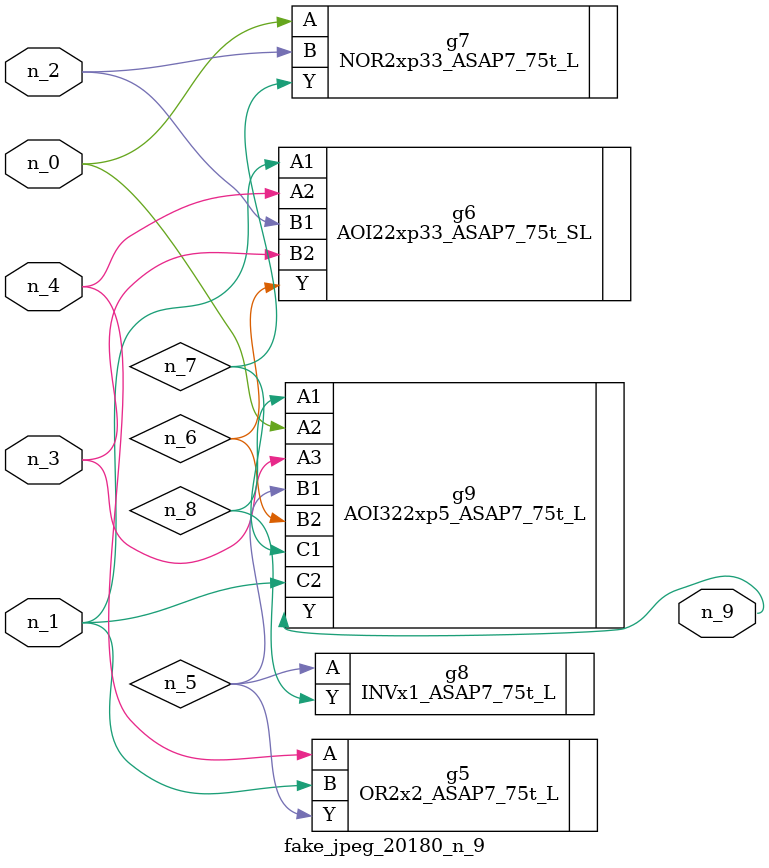
<source format=v>
module fake_jpeg_20180_n_9 (n_3, n_2, n_1, n_0, n_4, n_9);

input n_3;
input n_2;
input n_1;
input n_0;
input n_4;

output n_9;

wire n_8;
wire n_6;
wire n_5;
wire n_7;

OR2x2_ASAP7_75t_L g5 ( 
.A(n_4),
.B(n_1),
.Y(n_5)
);

AOI22xp33_ASAP7_75t_SL g6 ( 
.A1(n_1),
.A2(n_4),
.B1(n_2),
.B2(n_3),
.Y(n_6)
);

NOR2xp33_ASAP7_75t_L g7 ( 
.A(n_0),
.B(n_2),
.Y(n_7)
);

INVx1_ASAP7_75t_L g8 ( 
.A(n_5),
.Y(n_8)
);

AOI322xp5_ASAP7_75t_L g9 ( 
.A1(n_8),
.A2(n_0),
.A3(n_3),
.B1(n_5),
.B2(n_6),
.C1(n_7),
.C2(n_1),
.Y(n_9)
);


endmodule
</source>
